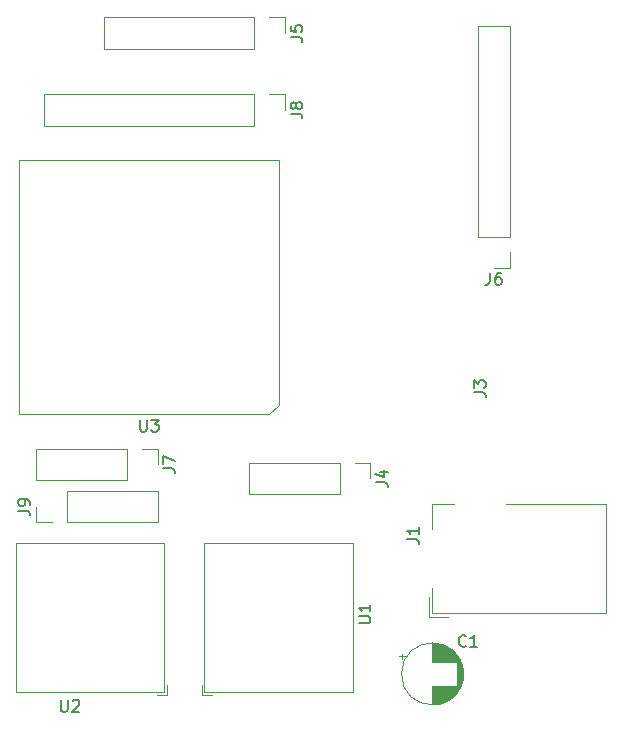
<source format=gbr>
%TF.GenerationSoftware,KiCad,Pcbnew,5.1.6-1.fc32*%
%TF.CreationDate,2020-08-31T12:32:43+02:00*%
%TF.ProjectId,pi-lora-board,70692d6c-6f72-4612-9d62-6f6172642e6b,rev?*%
%TF.SameCoordinates,Original*%
%TF.FileFunction,Legend,Top*%
%TF.FilePolarity,Positive*%
%FSLAX46Y46*%
G04 Gerber Fmt 4.6, Leading zero omitted, Abs format (unit mm)*
G04 Created by KiCad (PCBNEW 5.1.6-1.fc32) date 2020-08-31 12:32:43*
%MOMM*%
%LPD*%
G01*
G04 APERTURE LIST*
%ADD10C,0.120000*%
%ADD11C,0.150000*%
G04 APERTURE END LIST*
D10*
%TO.C,J9*%
X77750000Y-109930000D02*
X77750000Y-107270000D01*
X70070000Y-109930000D02*
X77750000Y-109930000D01*
X70070000Y-107270000D02*
X77750000Y-107270000D01*
X70070000Y-109930000D02*
X70070000Y-107270000D01*
X68800000Y-109930000D02*
X67470000Y-109930000D01*
X67470000Y-109930000D02*
X67470000Y-108600000D01*
%TO.C,J8*%
X68090000Y-73670000D02*
X68090000Y-76330000D01*
X85930000Y-73670000D02*
X68090000Y-73670000D01*
X85930000Y-76330000D02*
X68090000Y-76330000D01*
X85930000Y-73670000D02*
X85930000Y-76330000D01*
X87200000Y-73670000D02*
X88530000Y-73670000D01*
X88530000Y-73670000D02*
X88530000Y-75000000D01*
%TO.C,J7*%
X67450000Y-103670000D02*
X67450000Y-106330000D01*
X75130000Y-103670000D02*
X67450000Y-103670000D01*
X75130000Y-106330000D02*
X67450000Y-106330000D01*
X75130000Y-103670000D02*
X75130000Y-106330000D01*
X76400000Y-103670000D02*
X77730000Y-103670000D01*
X77730000Y-103670000D02*
X77730000Y-105000000D01*
%TO.C,J6*%
X107530000Y-67910000D02*
X104870000Y-67910000D01*
X107530000Y-85750000D02*
X107530000Y-67910000D01*
X104870000Y-85750000D02*
X104870000Y-67910000D01*
X107530000Y-85750000D02*
X104870000Y-85750000D01*
X107530000Y-87020000D02*
X107530000Y-88350000D01*
X107530000Y-88350000D02*
X106200000Y-88350000D01*
%TO.C,J5*%
X73170000Y-67170000D02*
X73170000Y-69830000D01*
X85930000Y-67170000D02*
X73170000Y-67170000D01*
X85930000Y-69830000D02*
X73170000Y-69830000D01*
X85930000Y-67170000D02*
X85930000Y-69830000D01*
X87200000Y-67170000D02*
X88530000Y-67170000D01*
X88530000Y-67170000D02*
X88530000Y-68500000D01*
%TO.C,J4*%
X85470000Y-104870000D02*
X85470000Y-107530000D01*
X93150000Y-104870000D02*
X85470000Y-104870000D01*
X93150000Y-107530000D02*
X85470000Y-107530000D01*
X93150000Y-104870000D02*
X93150000Y-107530000D01*
X94420000Y-104870000D02*
X95750000Y-104870000D01*
X95750000Y-104870000D02*
X95750000Y-106200000D01*
%TO.C,J1*%
X101000000Y-117600000D02*
X101000000Y-115500000D01*
X100700000Y-117900000D02*
X102300000Y-117900000D01*
X100700000Y-116200000D02*
X100700000Y-117900000D01*
X101000000Y-108400000D02*
X102800000Y-108400000D01*
X101000000Y-110500000D02*
X101000000Y-108400000D01*
X115700000Y-117600000D02*
X101000000Y-117600000D01*
X115700000Y-108400000D02*
X115700000Y-117600000D01*
X107200000Y-108400000D02*
X115700000Y-108400000D01*
%TO.C,U3*%
X87975000Y-99980000D02*
X87175000Y-100780000D01*
X87175000Y-100780000D02*
X66025000Y-100780000D01*
X66025000Y-100780000D02*
X66025000Y-79220000D01*
X66025000Y-79220000D02*
X87975000Y-79220000D01*
X87975000Y-79220000D02*
X87975000Y-99980000D01*
%TO.C,C1*%
X103620000Y-122750000D02*
G75*
G03*
X103620000Y-122750000I-2620000J0D01*
G01*
X101000000Y-123790000D02*
X101000000Y-125330000D01*
X101000000Y-120170000D02*
X101000000Y-121710000D01*
X101040000Y-123790000D02*
X101040000Y-125330000D01*
X101040000Y-120170000D02*
X101040000Y-121710000D01*
X101080000Y-120171000D02*
X101080000Y-121710000D01*
X101080000Y-123790000D02*
X101080000Y-125329000D01*
X101120000Y-120172000D02*
X101120000Y-121710000D01*
X101120000Y-123790000D02*
X101120000Y-125328000D01*
X101160000Y-120174000D02*
X101160000Y-121710000D01*
X101160000Y-123790000D02*
X101160000Y-125326000D01*
X101200000Y-120177000D02*
X101200000Y-121710000D01*
X101200000Y-123790000D02*
X101200000Y-125323000D01*
X101240000Y-120181000D02*
X101240000Y-121710000D01*
X101240000Y-123790000D02*
X101240000Y-125319000D01*
X101280000Y-120185000D02*
X101280000Y-121710000D01*
X101280000Y-123790000D02*
X101280000Y-125315000D01*
X101320000Y-120189000D02*
X101320000Y-121710000D01*
X101320000Y-123790000D02*
X101320000Y-125311000D01*
X101360000Y-120194000D02*
X101360000Y-121710000D01*
X101360000Y-123790000D02*
X101360000Y-125306000D01*
X101400000Y-120200000D02*
X101400000Y-121710000D01*
X101400000Y-123790000D02*
X101400000Y-125300000D01*
X101440000Y-120207000D02*
X101440000Y-121710000D01*
X101440000Y-123790000D02*
X101440000Y-125293000D01*
X101480000Y-120214000D02*
X101480000Y-121710000D01*
X101480000Y-123790000D02*
X101480000Y-125286000D01*
X101520000Y-120222000D02*
X101520000Y-121710000D01*
X101520000Y-123790000D02*
X101520000Y-125278000D01*
X101560000Y-120230000D02*
X101560000Y-121710000D01*
X101560000Y-123790000D02*
X101560000Y-125270000D01*
X101600000Y-120239000D02*
X101600000Y-121710000D01*
X101600000Y-123790000D02*
X101600000Y-125261000D01*
X101640000Y-120249000D02*
X101640000Y-121710000D01*
X101640000Y-123790000D02*
X101640000Y-125251000D01*
X101680000Y-120259000D02*
X101680000Y-121710000D01*
X101680000Y-123790000D02*
X101680000Y-125241000D01*
X101721000Y-120270000D02*
X101721000Y-121710000D01*
X101721000Y-123790000D02*
X101721000Y-125230000D01*
X101761000Y-120282000D02*
X101761000Y-121710000D01*
X101761000Y-123790000D02*
X101761000Y-125218000D01*
X101801000Y-120295000D02*
X101801000Y-121710000D01*
X101801000Y-123790000D02*
X101801000Y-125205000D01*
X101841000Y-120308000D02*
X101841000Y-121710000D01*
X101841000Y-123790000D02*
X101841000Y-125192000D01*
X101881000Y-120322000D02*
X101881000Y-121710000D01*
X101881000Y-123790000D02*
X101881000Y-125178000D01*
X101921000Y-120336000D02*
X101921000Y-121710000D01*
X101921000Y-123790000D02*
X101921000Y-125164000D01*
X101961000Y-120352000D02*
X101961000Y-121710000D01*
X101961000Y-123790000D02*
X101961000Y-125148000D01*
X102001000Y-120368000D02*
X102001000Y-121710000D01*
X102001000Y-123790000D02*
X102001000Y-125132000D01*
X102041000Y-120385000D02*
X102041000Y-121710000D01*
X102041000Y-123790000D02*
X102041000Y-125115000D01*
X102081000Y-120402000D02*
X102081000Y-121710000D01*
X102081000Y-123790000D02*
X102081000Y-125098000D01*
X102121000Y-120421000D02*
X102121000Y-121710000D01*
X102121000Y-123790000D02*
X102121000Y-125079000D01*
X102161000Y-120440000D02*
X102161000Y-121710000D01*
X102161000Y-123790000D02*
X102161000Y-125060000D01*
X102201000Y-120460000D02*
X102201000Y-121710000D01*
X102201000Y-123790000D02*
X102201000Y-125040000D01*
X102241000Y-120482000D02*
X102241000Y-121710000D01*
X102241000Y-123790000D02*
X102241000Y-125018000D01*
X102281000Y-120503000D02*
X102281000Y-121710000D01*
X102281000Y-123790000D02*
X102281000Y-124997000D01*
X102321000Y-120526000D02*
X102321000Y-121710000D01*
X102321000Y-123790000D02*
X102321000Y-124974000D01*
X102361000Y-120550000D02*
X102361000Y-121710000D01*
X102361000Y-123790000D02*
X102361000Y-124950000D01*
X102401000Y-120575000D02*
X102401000Y-121710000D01*
X102401000Y-123790000D02*
X102401000Y-124925000D01*
X102441000Y-120601000D02*
X102441000Y-121710000D01*
X102441000Y-123790000D02*
X102441000Y-124899000D01*
X102481000Y-120628000D02*
X102481000Y-121710000D01*
X102481000Y-123790000D02*
X102481000Y-124872000D01*
X102521000Y-120655000D02*
X102521000Y-121710000D01*
X102521000Y-123790000D02*
X102521000Y-124845000D01*
X102561000Y-120685000D02*
X102561000Y-121710000D01*
X102561000Y-123790000D02*
X102561000Y-124815000D01*
X102601000Y-120715000D02*
X102601000Y-121710000D01*
X102601000Y-123790000D02*
X102601000Y-124785000D01*
X102641000Y-120746000D02*
X102641000Y-121710000D01*
X102641000Y-123790000D02*
X102641000Y-124754000D01*
X102681000Y-120779000D02*
X102681000Y-121710000D01*
X102681000Y-123790000D02*
X102681000Y-124721000D01*
X102721000Y-120813000D02*
X102721000Y-121710000D01*
X102721000Y-123790000D02*
X102721000Y-124687000D01*
X102761000Y-120849000D02*
X102761000Y-121710000D01*
X102761000Y-123790000D02*
X102761000Y-124651000D01*
X102801000Y-120886000D02*
X102801000Y-121710000D01*
X102801000Y-123790000D02*
X102801000Y-124614000D01*
X102841000Y-120924000D02*
X102841000Y-121710000D01*
X102841000Y-123790000D02*
X102841000Y-124576000D01*
X102881000Y-120965000D02*
X102881000Y-121710000D01*
X102881000Y-123790000D02*
X102881000Y-124535000D01*
X102921000Y-121007000D02*
X102921000Y-121710000D01*
X102921000Y-123790000D02*
X102921000Y-124493000D01*
X102961000Y-121051000D02*
X102961000Y-121710000D01*
X102961000Y-123790000D02*
X102961000Y-124449000D01*
X103001000Y-121097000D02*
X103001000Y-121710000D01*
X103001000Y-123790000D02*
X103001000Y-124403000D01*
X103041000Y-121145000D02*
X103041000Y-124355000D01*
X103081000Y-121196000D02*
X103081000Y-124304000D01*
X103121000Y-121250000D02*
X103121000Y-124250000D01*
X103161000Y-121307000D02*
X103161000Y-124193000D01*
X103201000Y-121367000D02*
X103201000Y-124133000D01*
X103241000Y-121431000D02*
X103241000Y-124069000D01*
X103281000Y-121499000D02*
X103281000Y-124001000D01*
X103321000Y-121572000D02*
X103321000Y-123928000D01*
X103361000Y-121652000D02*
X103361000Y-123848000D01*
X103401000Y-121739000D02*
X103401000Y-123761000D01*
X103441000Y-121835000D02*
X103441000Y-123665000D01*
X103481000Y-121945000D02*
X103481000Y-123555000D01*
X103521000Y-122073000D02*
X103521000Y-123427000D01*
X103561000Y-122232000D02*
X103561000Y-123268000D01*
X103601000Y-122466000D02*
X103601000Y-123034000D01*
X98195225Y-121275000D02*
X98695225Y-121275000D01*
X98445225Y-121025000D02*
X98445225Y-121525000D01*
%TO.C,U1*%
X81500000Y-123700000D02*
X81500000Y-124500000D01*
X81500000Y-124500000D02*
X82300000Y-124500000D01*
X81700000Y-111700000D02*
X94300000Y-111700000D01*
X94300000Y-111700000D02*
X94300000Y-124300000D01*
X94300000Y-124300000D02*
X81700000Y-124300000D01*
X81700000Y-124300000D02*
X81700000Y-111700000D01*
%TO.C,U2*%
X78300000Y-124300000D02*
X65700000Y-124300000D01*
X78300000Y-111700000D02*
X78300000Y-124300000D01*
X65700000Y-111700000D02*
X78300000Y-111700000D01*
X65700000Y-124300000D02*
X65700000Y-111700000D01*
X78500000Y-124500000D02*
X78500000Y-123700000D01*
X77700000Y-124500000D02*
X78500000Y-124500000D01*
%TO.C,J9*%
D11*
X65922380Y-108933333D02*
X66636666Y-108933333D01*
X66779523Y-108980952D01*
X66874761Y-109076190D01*
X66922380Y-109219047D01*
X66922380Y-109314285D01*
X66922380Y-108409523D02*
X66922380Y-108219047D01*
X66874761Y-108123809D01*
X66827142Y-108076190D01*
X66684285Y-107980952D01*
X66493809Y-107933333D01*
X66112857Y-107933333D01*
X66017619Y-107980952D01*
X65970000Y-108028571D01*
X65922380Y-108123809D01*
X65922380Y-108314285D01*
X65970000Y-108409523D01*
X66017619Y-108457142D01*
X66112857Y-108504761D01*
X66350952Y-108504761D01*
X66446190Y-108457142D01*
X66493809Y-108409523D01*
X66541428Y-108314285D01*
X66541428Y-108123809D01*
X66493809Y-108028571D01*
X66446190Y-107980952D01*
X66350952Y-107933333D01*
%TO.C,J8*%
X88982380Y-75333333D02*
X89696666Y-75333333D01*
X89839523Y-75380952D01*
X89934761Y-75476190D01*
X89982380Y-75619047D01*
X89982380Y-75714285D01*
X89410952Y-74714285D02*
X89363333Y-74809523D01*
X89315714Y-74857142D01*
X89220476Y-74904761D01*
X89172857Y-74904761D01*
X89077619Y-74857142D01*
X89030000Y-74809523D01*
X88982380Y-74714285D01*
X88982380Y-74523809D01*
X89030000Y-74428571D01*
X89077619Y-74380952D01*
X89172857Y-74333333D01*
X89220476Y-74333333D01*
X89315714Y-74380952D01*
X89363333Y-74428571D01*
X89410952Y-74523809D01*
X89410952Y-74714285D01*
X89458571Y-74809523D01*
X89506190Y-74857142D01*
X89601428Y-74904761D01*
X89791904Y-74904761D01*
X89887142Y-74857142D01*
X89934761Y-74809523D01*
X89982380Y-74714285D01*
X89982380Y-74523809D01*
X89934761Y-74428571D01*
X89887142Y-74380952D01*
X89791904Y-74333333D01*
X89601428Y-74333333D01*
X89506190Y-74380952D01*
X89458571Y-74428571D01*
X89410952Y-74523809D01*
%TO.C,J7*%
X78182380Y-105333333D02*
X78896666Y-105333333D01*
X79039523Y-105380952D01*
X79134761Y-105476190D01*
X79182380Y-105619047D01*
X79182380Y-105714285D01*
X78182380Y-104952380D02*
X78182380Y-104285714D01*
X79182380Y-104714285D01*
%TO.C,J6*%
X105866666Y-88802380D02*
X105866666Y-89516666D01*
X105819047Y-89659523D01*
X105723809Y-89754761D01*
X105580952Y-89802380D01*
X105485714Y-89802380D01*
X106771428Y-88802380D02*
X106580952Y-88802380D01*
X106485714Y-88850000D01*
X106438095Y-88897619D01*
X106342857Y-89040476D01*
X106295238Y-89230952D01*
X106295238Y-89611904D01*
X106342857Y-89707142D01*
X106390476Y-89754761D01*
X106485714Y-89802380D01*
X106676190Y-89802380D01*
X106771428Y-89754761D01*
X106819047Y-89707142D01*
X106866666Y-89611904D01*
X106866666Y-89373809D01*
X106819047Y-89278571D01*
X106771428Y-89230952D01*
X106676190Y-89183333D01*
X106485714Y-89183333D01*
X106390476Y-89230952D01*
X106342857Y-89278571D01*
X106295238Y-89373809D01*
%TO.C,J5*%
X88982380Y-68833333D02*
X89696666Y-68833333D01*
X89839523Y-68880952D01*
X89934761Y-68976190D01*
X89982380Y-69119047D01*
X89982380Y-69214285D01*
X88982380Y-67880952D02*
X88982380Y-68357142D01*
X89458571Y-68404761D01*
X89410952Y-68357142D01*
X89363333Y-68261904D01*
X89363333Y-68023809D01*
X89410952Y-67928571D01*
X89458571Y-67880952D01*
X89553809Y-67833333D01*
X89791904Y-67833333D01*
X89887142Y-67880952D01*
X89934761Y-67928571D01*
X89982380Y-68023809D01*
X89982380Y-68261904D01*
X89934761Y-68357142D01*
X89887142Y-68404761D01*
%TO.C,J4*%
X96202380Y-106533333D02*
X96916666Y-106533333D01*
X97059523Y-106580952D01*
X97154761Y-106676190D01*
X97202380Y-106819047D01*
X97202380Y-106914285D01*
X96535714Y-105628571D02*
X97202380Y-105628571D01*
X96154761Y-105866666D02*
X96869047Y-106104761D01*
X96869047Y-105485714D01*
%TO.C,J1*%
X98852380Y-111333333D02*
X99566666Y-111333333D01*
X99709523Y-111380952D01*
X99804761Y-111476190D01*
X99852380Y-111619047D01*
X99852380Y-111714285D01*
X99852380Y-110333333D02*
X99852380Y-110904761D01*
X99852380Y-110619047D02*
X98852380Y-110619047D01*
X98995238Y-110714285D01*
X99090476Y-110809523D01*
X99138095Y-110904761D01*
%TO.C,U3*%
X76238095Y-101232380D02*
X76238095Y-102041904D01*
X76285714Y-102137142D01*
X76333333Y-102184761D01*
X76428571Y-102232380D01*
X76619047Y-102232380D01*
X76714285Y-102184761D01*
X76761904Y-102137142D01*
X76809523Y-102041904D01*
X76809523Y-101232380D01*
X77190476Y-101232380D02*
X77809523Y-101232380D01*
X77476190Y-101613333D01*
X77619047Y-101613333D01*
X77714285Y-101660952D01*
X77761904Y-101708571D01*
X77809523Y-101803809D01*
X77809523Y-102041904D01*
X77761904Y-102137142D01*
X77714285Y-102184761D01*
X77619047Y-102232380D01*
X77333333Y-102232380D01*
X77238095Y-102184761D01*
X77190476Y-102137142D01*
%TO.C,J3*%
X104502380Y-98908333D02*
X105216666Y-98908333D01*
X105359523Y-98955952D01*
X105454761Y-99051190D01*
X105502380Y-99194047D01*
X105502380Y-99289285D01*
X104502380Y-98527380D02*
X104502380Y-97908333D01*
X104883333Y-98241666D01*
X104883333Y-98098809D01*
X104930952Y-98003571D01*
X104978571Y-97955952D01*
X105073809Y-97908333D01*
X105311904Y-97908333D01*
X105407142Y-97955952D01*
X105454761Y-98003571D01*
X105502380Y-98098809D01*
X105502380Y-98384523D01*
X105454761Y-98479761D01*
X105407142Y-98527380D01*
%TO.C,C1*%
X103833333Y-120357142D02*
X103785714Y-120404761D01*
X103642857Y-120452380D01*
X103547619Y-120452380D01*
X103404761Y-120404761D01*
X103309523Y-120309523D01*
X103261904Y-120214285D01*
X103214285Y-120023809D01*
X103214285Y-119880952D01*
X103261904Y-119690476D01*
X103309523Y-119595238D01*
X103404761Y-119500000D01*
X103547619Y-119452380D01*
X103642857Y-119452380D01*
X103785714Y-119500000D01*
X103833333Y-119547619D01*
X104785714Y-120452380D02*
X104214285Y-120452380D01*
X104500000Y-120452380D02*
X104500000Y-119452380D01*
X104404761Y-119595238D01*
X104309523Y-119690476D01*
X104214285Y-119738095D01*
%TO.C,U1*%
X94752380Y-118461904D02*
X95561904Y-118461904D01*
X95657142Y-118414285D01*
X95704761Y-118366666D01*
X95752380Y-118271428D01*
X95752380Y-118080952D01*
X95704761Y-117985714D01*
X95657142Y-117938095D01*
X95561904Y-117890476D01*
X94752380Y-117890476D01*
X95752380Y-116890476D02*
X95752380Y-117461904D01*
X95752380Y-117176190D02*
X94752380Y-117176190D01*
X94895238Y-117271428D01*
X94990476Y-117366666D01*
X95038095Y-117461904D01*
%TO.C,U2*%
X69538095Y-124952380D02*
X69538095Y-125761904D01*
X69585714Y-125857142D01*
X69633333Y-125904761D01*
X69728571Y-125952380D01*
X69919047Y-125952380D01*
X70014285Y-125904761D01*
X70061904Y-125857142D01*
X70109523Y-125761904D01*
X70109523Y-124952380D01*
X70538095Y-125047619D02*
X70585714Y-125000000D01*
X70680952Y-124952380D01*
X70919047Y-124952380D01*
X71014285Y-125000000D01*
X71061904Y-125047619D01*
X71109523Y-125142857D01*
X71109523Y-125238095D01*
X71061904Y-125380952D01*
X70490476Y-125952380D01*
X71109523Y-125952380D01*
%TD*%
M02*

</source>
